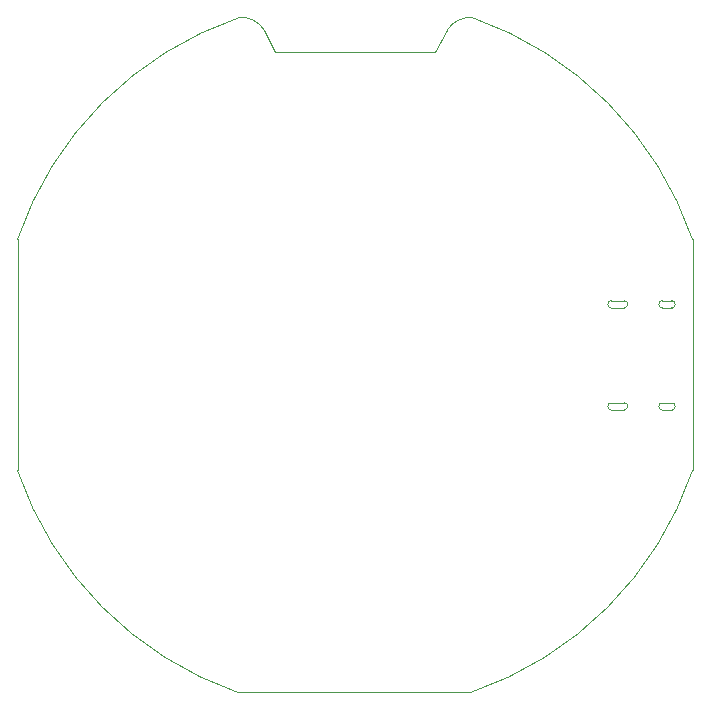
<source format=gbr>
%TF.GenerationSoftware,KiCad,Pcbnew,8.0.1*%
%TF.CreationDate,2024-09-30T12:45:29-07:00*%
%TF.ProjectId,rocketBeaconModule,726f636b-6574-4426-9561-636f6e4d6f64,rev?*%
%TF.SameCoordinates,Original*%
%TF.FileFunction,Profile,NP*%
%FSLAX46Y46*%
G04 Gerber Fmt 4.6, Leading zero omitted, Abs format (unit mm)*
G04 Created by KiCad (PCBNEW 8.0.1) date 2024-09-30 12:45:29*
%MOMM*%
%LPD*%
G01*
G04 APERTURE LIST*
%TA.AperFunction,Profile*%
%ADD10C,0.100000*%
%TD*%
%TA.AperFunction,Profile*%
%ADD11C,0.010000*%
%TD*%
G04 APERTURE END LIST*
D10*
X64306354Y-99180746D02*
X65214500Y-101066600D01*
X100584000Y-136499600D02*
G75*
G02*
X81788000Y-155295600I-28383880J9587880D01*
G01*
X81915000Y-98145601D02*
G75*
G02*
X100583998Y-116941601I-9914050J-28516489D01*
G01*
X71945501Y-155295601D02*
X62103002Y-155295600D01*
X43434000Y-136499600D02*
X43434000Y-116941600D01*
X62103002Y-155295599D02*
G75*
G02*
X43434002Y-136499599I9909858J28512329D01*
G01*
X79838647Y-99180746D02*
G75*
G02*
X81915001Y-98145593I1907253J-1225654D01*
G01*
X65214500Y-101066600D02*
X78803500Y-101066600D01*
X100584000Y-126720600D02*
X100584000Y-116941600D01*
X100584000Y-136499600D02*
X100584000Y-126720600D01*
X43434000Y-116941600D02*
G75*
G02*
X62230000Y-98145600I28407800J-9611800D01*
G01*
X81788000Y-155295600D02*
X71945501Y-155295601D01*
X62230000Y-98145599D02*
G75*
G02*
X64306348Y-99180750I169100J-2260801D01*
G01*
X79838646Y-99180746D02*
X78803500Y-101066600D01*
D11*
%TO.C,J1*%
X93705000Y-122121000D02*
X94805000Y-122121001D01*
X93705000Y-130771000D02*
X94805000Y-130771000D01*
X94805000Y-122721000D02*
X93705000Y-122721000D01*
X94805000Y-131370999D02*
X93705000Y-131371000D01*
X98025000Y-122121000D02*
X98825000Y-122121000D01*
X98025000Y-130771000D02*
X98825000Y-130771000D01*
X98825000Y-122721000D02*
X98025000Y-122721000D01*
X98825000Y-131371000D02*
X98025000Y-131371000D01*
X93405000Y-122421000D02*
G75*
G02*
X93705000Y-122121000I300000J0D01*
G01*
X93405000Y-131071000D02*
G75*
G02*
X93705000Y-130771000I300000J0D01*
G01*
X93705000Y-122721000D02*
G75*
G02*
X93405000Y-122421000I0J300000D01*
G01*
X93705000Y-131371000D02*
G75*
G02*
X93405000Y-131071000I0J300000D01*
G01*
X94805000Y-122121001D02*
G75*
G02*
X95104999Y-122421000I0J-299999D01*
G01*
X94805000Y-130771000D02*
G75*
G02*
X95105000Y-131071000I0J-300000D01*
G01*
X95105000Y-122421000D02*
G75*
G02*
X94805000Y-122721000I-300000J0D01*
G01*
X95105000Y-131071000D02*
G75*
G02*
X94805000Y-131370999I-299998J-1D01*
G01*
X97725000Y-122421000D02*
G75*
G02*
X98025000Y-122121000I300000J0D01*
G01*
X97725000Y-131071000D02*
G75*
G02*
X98025000Y-130771000I300000J0D01*
G01*
X98025000Y-122721000D02*
G75*
G02*
X97725000Y-122421000I0J300000D01*
G01*
X98025000Y-131371000D02*
G75*
G02*
X97725000Y-131071000I0J300000D01*
G01*
X98825000Y-122121000D02*
G75*
G02*
X99125000Y-122421000I0J-300000D01*
G01*
X98825000Y-130771000D02*
G75*
G02*
X99125000Y-131071000I0J-300000D01*
G01*
X99125000Y-122421000D02*
G75*
G02*
X98825000Y-122721000I-300000J0D01*
G01*
X99125000Y-131071000D02*
G75*
G02*
X98825000Y-131371000I-300000J0D01*
G01*
%TD*%
M02*

</source>
